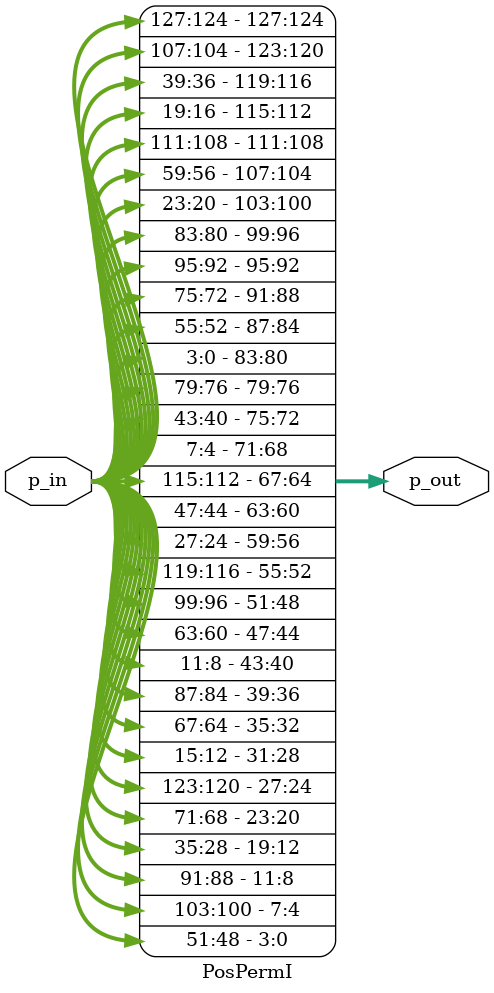
<source format=v>
`timescale 1ns / 1ps
module PosPermI(
	input [127:0]p_in,
	output [127:0]p_out
	);

	assign p_out[127:124]=p_in[127:124];
    assign p_out[123:120]=p_in[107:104];
    assign p_out[119:116]=p_in[39:36];
    assign p_out[115:112]=p_in[19:16];
    assign p_out[111:108]=p_in[111:108];
    assign p_out[107:104]=p_in[59:56];
    assign p_out[103:100]=p_in[23:20];
    assign p_out[99:96]=p_in[83:80];
    assign p_out[95:92]=p_in[95:92];
    assign p_out[91:88]=p_in[75:72];
    assign p_out[87:84]=p_in[55:52];
    assign p_out[83:80]=p_in[3:0];
    assign p_out[79:76]=p_in[79:76];
    assign p_out[75:72]=p_in[43:40];
    assign p_out[71:68]=p_in[7:4];
    assign p_out[67:64]=p_in[115:112];
    assign p_out[63:60]=p_in[47:44];
    assign p_out[59:56]=p_in[27:24];
    assign p_out[55:52]=p_in[119:116];
    assign p_out[51:48]=p_in[99:96];
    assign p_out[47:44]=p_in[63:60];
    assign p_out[43:40]=p_in[11:8];
    assign p_out[39:36]=p_in[87:84];
    assign p_out[35:32]=p_in[67:64];
    assign p_out[31:28]=p_in[15:12];
    assign p_out[27:24]=p_in[123:120];
    assign p_out[23:20]=p_in[71:68];
    assign p_out[19:16]=p_in[35:32];
    assign p_out[15:12]=p_in[31:28];
    assign p_out[11:8]=p_in[91:88];
    assign p_out[7:4]=p_in[103:100];
    assign p_out[3:0]=p_in[51:48];
	
endmodule

</source>
